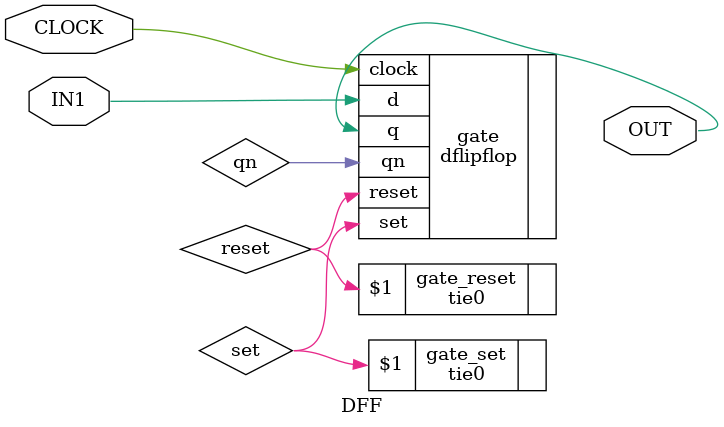
<source format=v>

`celldefine

module BUF(input IN1, output OUT);
	buf gate(OUT, IN1);
endmodule

module INV(input IN1, output OUT);
	not gate(OUT, IN1);
endmodule

module AND(input IN1, input IN2, output OUT);
	and gate(OUT, IN1, IN2);
endmodule

module NAND(input IN1, input IN2, output OUT);
	nand gate(OUT, IN1, IN2);
endmodule

module OR(input IN1, input IN2, output OUT);
	or gate(OUT, IN1, IN2);
endmodule

module NOR(input IN1, input IN2, output OUT);
	nor gate(OUT, IN1, IN2);
endmodule

module XOR(input IN1, input IN2, output OUT);
	xor gate(OUT, IN1, IN2);
endmodule

module XNOR(input IN1, input IN2, output OUT);
	xnor gate(OUT, IN1, IN2);
endmodule

module MUX(input IN1, input IN2, input IN3, output OUT);
	mux gate(OUT, IN1, IN2, IN3);
endmodule

module DFF(input IN1, input CLOCK, output OUT);
	wire set;
	wire reset;
	wire qn;
	tie0 gate_set(set);
	tie0 gate_reset(reset);
	dflipflop gate(.d(IN1), .clock(CLOCK), .set(set), .reset(reset), .q(OUT), .qn(qn));
endmodule

`endcelldefine

</source>
